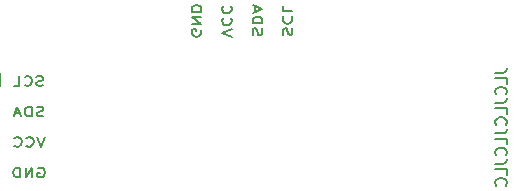
<source format=gbr>
%TF.GenerationSoftware,KiCad,Pcbnew,(6.0.6)*%
%TF.CreationDate,2022-09-16T10:14:36+09:00*%
%TF.ProjectId,LSM6DS3-breakout,4c534d36-4453-4332-9d62-7265616b6f75,rev?*%
%TF.SameCoordinates,Original*%
%TF.FileFunction,Legend,Bot*%
%TF.FilePolarity,Positive*%
%FSLAX46Y46*%
G04 Gerber Fmt 4.6, Leading zero omitted, Abs format (unit mm)*
G04 Created by KiCad (PCBNEW (6.0.6)) date 2022-09-16 10:14:36*
%MOMM*%
%LPD*%
G01*
G04 APERTURE LIST*
G04 Aperture macros list*
%AMRoundRect*
0 Rectangle with rounded corners*
0 $1 Rounding radius*
0 $2 $3 $4 $5 $6 $7 $8 $9 X,Y pos of 4 corners*
0 Add a 4 corners polygon primitive as box body*
4,1,4,$2,$3,$4,$5,$6,$7,$8,$9,$2,$3,0*
0 Add four circle primitives for the rounded corners*
1,1,$1+$1,$2,$3*
1,1,$1+$1,$4,$5*
1,1,$1+$1,$6,$7*
1,1,$1+$1,$8,$9*
0 Add four rect primitives between the rounded corners*
20,1,$1+$1,$2,$3,$4,$5,0*
20,1,$1+$1,$4,$5,$6,$7,0*
20,1,$1+$1,$6,$7,$8,$9,0*
20,1,$1+$1,$8,$9,$2,$3,0*%
G04 Aperture macros list end*
%ADD10C,0.150000*%
%ADD11C,0.800000*%
%ADD12C,6.400000*%
%ADD13C,2.000000*%
%ADD14RoundRect,0.250000X-0.600000X-0.725000X0.600000X-0.725000X0.600000X0.725000X-0.600000X0.725000X0*%
%ADD15O,1.700000X1.950000*%
%ADD16RoundRect,0.250000X-0.725000X0.600000X-0.725000X-0.600000X0.725000X-0.600000X0.725000X0.600000X0*%
%ADD17O,1.950000X1.700000*%
G04 APERTURE END LIST*
D10*
X108190476Y-76459809D02*
X108047619Y-76497904D01*
X107809523Y-76497904D01*
X107714285Y-76459809D01*
X107666666Y-76421714D01*
X107619047Y-76345523D01*
X107619047Y-76269333D01*
X107666666Y-76193142D01*
X107714285Y-76155047D01*
X107809523Y-76116952D01*
X108000000Y-76078857D01*
X108095238Y-76040761D01*
X108142857Y-76002666D01*
X108190476Y-75926476D01*
X108190476Y-75850285D01*
X108142857Y-75774095D01*
X108095238Y-75736000D01*
X108000000Y-75697904D01*
X107761904Y-75697904D01*
X107619047Y-75736000D01*
X106619047Y-76421714D02*
X106666666Y-76459809D01*
X106809523Y-76497904D01*
X106904761Y-76497904D01*
X107047619Y-76459809D01*
X107142857Y-76383619D01*
X107190476Y-76307428D01*
X107238095Y-76155047D01*
X107238095Y-76040761D01*
X107190476Y-75888380D01*
X107142857Y-75812190D01*
X107047619Y-75736000D01*
X106904761Y-75697904D01*
X106809523Y-75697904D01*
X106666666Y-75736000D01*
X106619047Y-75774095D01*
X105714285Y-76497904D02*
X106190476Y-76497904D01*
X106190476Y-75697904D01*
X108214285Y-79035809D02*
X108071428Y-79073904D01*
X107833333Y-79073904D01*
X107738095Y-79035809D01*
X107690476Y-78997714D01*
X107642857Y-78921523D01*
X107642857Y-78845333D01*
X107690476Y-78769142D01*
X107738095Y-78731047D01*
X107833333Y-78692952D01*
X108023809Y-78654857D01*
X108119047Y-78616761D01*
X108166666Y-78578666D01*
X108214285Y-78502476D01*
X108214285Y-78426285D01*
X108166666Y-78350095D01*
X108119047Y-78312000D01*
X108023809Y-78273904D01*
X107785714Y-78273904D01*
X107642857Y-78312000D01*
X107214285Y-79073904D02*
X107214285Y-78273904D01*
X106976190Y-78273904D01*
X106833333Y-78312000D01*
X106738095Y-78388190D01*
X106690476Y-78464380D01*
X106642857Y-78616761D01*
X106642857Y-78731047D01*
X106690476Y-78883428D01*
X106738095Y-78959619D01*
X106833333Y-79035809D01*
X106976190Y-79073904D01*
X107214285Y-79073904D01*
X106261904Y-78845333D02*
X105785714Y-78845333D01*
X106357142Y-79073904D02*
X106023809Y-78273904D01*
X105690476Y-79073904D01*
X108333333Y-80849904D02*
X108000000Y-81649904D01*
X107666666Y-80849904D01*
X106761904Y-81573714D02*
X106809523Y-81611809D01*
X106952380Y-81649904D01*
X107047619Y-81649904D01*
X107190476Y-81611809D01*
X107285714Y-81535619D01*
X107333333Y-81459428D01*
X107380952Y-81307047D01*
X107380952Y-81192761D01*
X107333333Y-81040380D01*
X107285714Y-80964190D01*
X107190476Y-80888000D01*
X107047619Y-80849904D01*
X106952380Y-80849904D01*
X106809523Y-80888000D01*
X106761904Y-80926095D01*
X105761904Y-81573714D02*
X105809523Y-81611809D01*
X105952380Y-81649904D01*
X106047619Y-81649904D01*
X106190476Y-81611809D01*
X106285714Y-81535619D01*
X106333333Y-81459428D01*
X106380952Y-81307047D01*
X106380952Y-81192761D01*
X106333333Y-81040380D01*
X106285714Y-80964190D01*
X106190476Y-80888000D01*
X106047619Y-80849904D01*
X105952380Y-80849904D01*
X105809523Y-80888000D01*
X105761904Y-80926095D01*
X107761904Y-83464000D02*
X107857142Y-83425904D01*
X108000000Y-83425904D01*
X108142857Y-83464000D01*
X108238095Y-83540190D01*
X108285714Y-83616380D01*
X108333333Y-83768761D01*
X108333333Y-83883047D01*
X108285714Y-84035428D01*
X108238095Y-84111619D01*
X108142857Y-84187809D01*
X108000000Y-84225904D01*
X107904761Y-84225904D01*
X107761904Y-84187809D01*
X107714285Y-84149714D01*
X107714285Y-83883047D01*
X107904761Y-83883047D01*
X107285714Y-84225904D02*
X107285714Y-83425904D01*
X106714285Y-84225904D01*
X106714285Y-83425904D01*
X106238095Y-84225904D02*
X106238095Y-83425904D01*
X106000000Y-83425904D01*
X105857142Y-83464000D01*
X105761904Y-83540190D01*
X105714285Y-83616380D01*
X105666666Y-83768761D01*
X105666666Y-83883047D01*
X105714285Y-84035428D01*
X105761904Y-84111619D01*
X105857142Y-84187809D01*
X106000000Y-84225904D01*
X106238095Y-84225904D01*
X128540190Y-72190476D02*
X128502095Y-72047619D01*
X128502095Y-71809523D01*
X128540190Y-71714285D01*
X128578285Y-71666666D01*
X128654476Y-71619047D01*
X128730666Y-71619047D01*
X128806857Y-71666666D01*
X128844952Y-71714285D01*
X128883047Y-71809523D01*
X128921142Y-72000000D01*
X128959238Y-72095238D01*
X128997333Y-72142857D01*
X129073523Y-72190476D01*
X129149714Y-72190476D01*
X129225904Y-72142857D01*
X129264000Y-72095238D01*
X129302095Y-72000000D01*
X129302095Y-71761904D01*
X129264000Y-71619047D01*
X128578285Y-70619047D02*
X128540190Y-70666666D01*
X128502095Y-70809523D01*
X128502095Y-70904761D01*
X128540190Y-71047619D01*
X128616380Y-71142857D01*
X128692571Y-71190476D01*
X128844952Y-71238095D01*
X128959238Y-71238095D01*
X129111619Y-71190476D01*
X129187809Y-71142857D01*
X129264000Y-71047619D01*
X129302095Y-70904761D01*
X129302095Y-70809523D01*
X129264000Y-70666666D01*
X129225904Y-70619047D01*
X128502095Y-69714285D02*
X128502095Y-70190476D01*
X129302095Y-70190476D01*
X125964190Y-72214285D02*
X125926095Y-72071428D01*
X125926095Y-71833333D01*
X125964190Y-71738095D01*
X126002285Y-71690476D01*
X126078476Y-71642857D01*
X126154666Y-71642857D01*
X126230857Y-71690476D01*
X126268952Y-71738095D01*
X126307047Y-71833333D01*
X126345142Y-72023809D01*
X126383238Y-72119047D01*
X126421333Y-72166666D01*
X126497523Y-72214285D01*
X126573714Y-72214285D01*
X126649904Y-72166666D01*
X126688000Y-72119047D01*
X126726095Y-72023809D01*
X126726095Y-71785714D01*
X126688000Y-71642857D01*
X125926095Y-71214285D02*
X126726095Y-71214285D01*
X126726095Y-70976190D01*
X126688000Y-70833333D01*
X126611809Y-70738095D01*
X126535619Y-70690476D01*
X126383238Y-70642857D01*
X126268952Y-70642857D01*
X126116571Y-70690476D01*
X126040380Y-70738095D01*
X125964190Y-70833333D01*
X125926095Y-70976190D01*
X125926095Y-71214285D01*
X126154666Y-70261904D02*
X126154666Y-69785714D01*
X125926095Y-70357142D02*
X126726095Y-70023809D01*
X125926095Y-69690476D01*
X124150095Y-72333333D02*
X123350095Y-72000000D01*
X124150095Y-71666666D01*
X123426285Y-70761904D02*
X123388190Y-70809523D01*
X123350095Y-70952380D01*
X123350095Y-71047619D01*
X123388190Y-71190476D01*
X123464380Y-71285714D01*
X123540571Y-71333333D01*
X123692952Y-71380952D01*
X123807238Y-71380952D01*
X123959619Y-71333333D01*
X124035809Y-71285714D01*
X124112000Y-71190476D01*
X124150095Y-71047619D01*
X124150095Y-70952380D01*
X124112000Y-70809523D01*
X124073904Y-70761904D01*
X123426285Y-69761904D02*
X123388190Y-69809523D01*
X123350095Y-69952380D01*
X123350095Y-70047619D01*
X123388190Y-70190476D01*
X123464380Y-70285714D01*
X123540571Y-70333333D01*
X123692952Y-70380952D01*
X123807238Y-70380952D01*
X123959619Y-70333333D01*
X124035809Y-70285714D01*
X124112000Y-70190476D01*
X124150095Y-70047619D01*
X124150095Y-69952380D01*
X124112000Y-69809523D01*
X124073904Y-69761904D01*
X121536000Y-71761904D02*
X121574095Y-71857142D01*
X121574095Y-72000000D01*
X121536000Y-72142857D01*
X121459809Y-72238095D01*
X121383619Y-72285714D01*
X121231238Y-72333333D01*
X121116952Y-72333333D01*
X120964571Y-72285714D01*
X120888380Y-72238095D01*
X120812190Y-72142857D01*
X120774095Y-72000000D01*
X120774095Y-71904761D01*
X120812190Y-71761904D01*
X120850285Y-71714285D01*
X121116952Y-71714285D01*
X121116952Y-71904761D01*
X120774095Y-71285714D02*
X121574095Y-71285714D01*
X120774095Y-70714285D01*
X121574095Y-70714285D01*
X120774095Y-70238095D02*
X121574095Y-70238095D01*
X121574095Y-70000000D01*
X121536000Y-69857142D01*
X121459809Y-69761904D01*
X121383619Y-69714285D01*
X121231238Y-69666666D01*
X121116952Y-69666666D01*
X120964571Y-69714285D01*
X120888380Y-69761904D01*
X120812190Y-69857142D01*
X120774095Y-70000000D01*
X120774095Y-70238095D01*
X146452380Y-75380952D02*
X147166666Y-75380952D01*
X147309523Y-75333333D01*
X147404761Y-75238095D01*
X147452380Y-75095238D01*
X147452380Y-75000000D01*
X147452380Y-76333333D02*
X147452380Y-75857142D01*
X146452380Y-75857142D01*
X147357142Y-77238095D02*
X147404761Y-77190476D01*
X147452380Y-77047619D01*
X147452380Y-76952380D01*
X147404761Y-76809523D01*
X147309523Y-76714285D01*
X147214285Y-76666666D01*
X147023809Y-76619047D01*
X146880952Y-76619047D01*
X146690476Y-76666666D01*
X146595238Y-76714285D01*
X146500000Y-76809523D01*
X146452380Y-76952380D01*
X146452380Y-77047619D01*
X146500000Y-77190476D01*
X146547619Y-77238095D01*
X146452380Y-77952380D02*
X147166666Y-77952380D01*
X147309523Y-77904761D01*
X147404761Y-77809523D01*
X147452380Y-77666666D01*
X147452380Y-77571428D01*
X147452380Y-78904761D02*
X147452380Y-78428571D01*
X146452380Y-78428571D01*
X147357142Y-79809523D02*
X147404761Y-79761904D01*
X147452380Y-79619047D01*
X147452380Y-79523809D01*
X147404761Y-79380952D01*
X147309523Y-79285714D01*
X147214285Y-79238095D01*
X147023809Y-79190476D01*
X146880952Y-79190476D01*
X146690476Y-79238095D01*
X146595238Y-79285714D01*
X146500000Y-79380952D01*
X146452380Y-79523809D01*
X146452380Y-79619047D01*
X146500000Y-79761904D01*
X146547619Y-79809523D01*
X146452380Y-80523809D02*
X147166666Y-80523809D01*
X147309523Y-80476190D01*
X147404761Y-80380952D01*
X147452380Y-80238095D01*
X147452380Y-80142857D01*
X147452380Y-81476190D02*
X147452380Y-81000000D01*
X146452380Y-81000000D01*
X147357142Y-82380952D02*
X147404761Y-82333333D01*
X147452380Y-82190476D01*
X147452380Y-82095238D01*
X147404761Y-81952380D01*
X147309523Y-81857142D01*
X147214285Y-81809523D01*
X147023809Y-81761904D01*
X146880952Y-81761904D01*
X146690476Y-81809523D01*
X146595238Y-81857142D01*
X146500000Y-81952380D01*
X146452380Y-82095238D01*
X146452380Y-82190476D01*
X146500000Y-82333333D01*
X146547619Y-82380952D01*
X146452380Y-83095238D02*
X147166666Y-83095238D01*
X147309523Y-83047619D01*
X147404761Y-82952380D01*
X147452380Y-82809523D01*
X147452380Y-82714285D01*
X147452380Y-84047619D02*
X147452380Y-83571428D01*
X146452380Y-83571428D01*
X147357142Y-84952380D02*
X147404761Y-84904761D01*
X147452380Y-84761904D01*
X147452380Y-84666666D01*
X147404761Y-84523809D01*
X147309523Y-84428571D01*
X147214285Y-84380952D01*
X147023809Y-84333333D01*
X146880952Y-84333333D01*
X146690476Y-84380952D01*
X146595238Y-84428571D01*
X146500000Y-84523809D01*
X146452380Y-84666666D01*
X146452380Y-84761904D01*
X146500000Y-84904761D01*
X146547619Y-84952380D01*
%LPC*%
D11*
%TO.C,H3*%
X105697056Y-92697056D03*
X104000000Y-88600000D03*
X102302944Y-92697056D03*
X102302944Y-89302944D03*
D12*
X104000000Y-91000000D03*
D11*
X106400000Y-91000000D03*
X105697056Y-89302944D03*
X101600000Y-91000000D03*
X104000000Y-93400000D03*
%TD*%
D13*
%TO.C,TP2*%
X137200000Y-80600000D03*
%TD*%
D14*
%TO.C,J2*%
X121000000Y-68000000D03*
D15*
X123500000Y-68000000D03*
X126000000Y-68000000D03*
X128500000Y-68000000D03*
%TD*%
D11*
%TO.C,H4*%
X102302944Y-70697056D03*
X104000000Y-71400000D03*
D12*
X104000000Y-69000000D03*
D11*
X101600000Y-69000000D03*
X102302944Y-67302944D03*
X104000000Y-66600000D03*
X105697056Y-67302944D03*
X105697056Y-70697056D03*
X106400000Y-69000000D03*
%TD*%
D16*
%TO.C,J1*%
X103600000Y-76000000D03*
D17*
X103600000Y-78500000D03*
X103600000Y-81000000D03*
X103600000Y-83500000D03*
%TD*%
D12*
%TO.C,H2*%
X146000000Y-91000000D03*
D11*
X146000000Y-93400000D03*
X144302944Y-92697056D03*
X147697056Y-92697056D03*
X148400000Y-91000000D03*
X143600000Y-91000000D03*
X144302944Y-89302944D03*
X147697056Y-89302944D03*
X146000000Y-88600000D03*
%TD*%
%TO.C,H1*%
X143600000Y-69000000D03*
X146000000Y-66600000D03*
X148400000Y-69000000D03*
X147697056Y-67302944D03*
X144302944Y-70697056D03*
X144302944Y-67302944D03*
X147697056Y-70697056D03*
X146000000Y-71400000D03*
D12*
X146000000Y-69000000D03*
%TD*%
D13*
%TO.C,TP1*%
X137200000Y-84000000D03*
%TD*%
M02*

</source>
